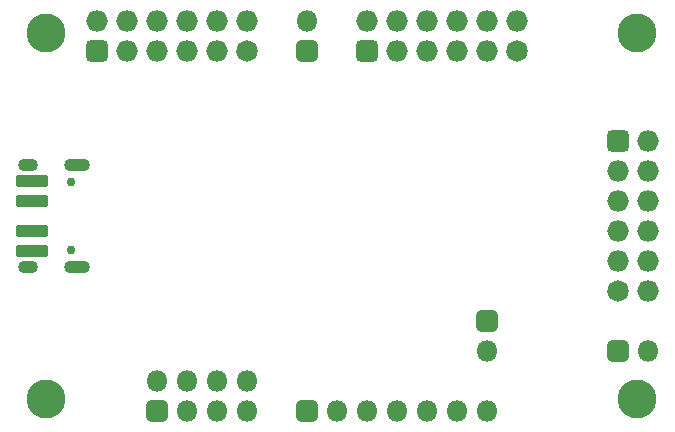
<source format=gbs>
G04 #@! TF.GenerationSoftware,KiCad,Pcbnew,(5.99.0-7519-ga8269b6380)*
G04 #@! TF.CreationDate,2020-12-12T14:20:42-08:00*
G04 #@! TF.ProjectId,icebreaker++,69636562-7265-4616-9b65-722b2b2e6b69,V0.1*
G04 #@! TF.SameCoordinates,PX1c9c380PY3ef1480*
G04 #@! TF.FileFunction,Soldermask,Bot*
G04 #@! TF.FilePolarity,Negative*
%FSLAX46Y46*%
G04 Gerber Fmt 4.6, Leading zero omitted, Abs format (unit mm)*
G04 Created by KiCad (PCBNEW (5.99.0-7519-ga8269b6380)) date 2020-12-12 14:20:42*
%MOMM*%
%LPD*%
G01*
G04 APERTURE LIST*
G04 Aperture macros list*
%AMRoundRect*
0 Rectangle with rounded corners*
0 $1 Rounding radius*
0 $2 $3 $4 $5 $6 $7 $8 $9 X,Y pos of 4 corners*
0 Add a 4 corners polygon primitive as box body*
4,1,4,$2,$3,$4,$5,$6,$7,$8,$9,$2,$3,0*
0 Add four circle primitives for the rounded corners*
1,1,$1+$1,$2,$3,0*
1,1,$1+$1,$4,$5,0*
1,1,$1+$1,$6,$7,0*
1,1,$1+$1,$8,$9,0*
0 Add four rect primitives between the rounded corners*
20,1,$1+$1,$2,$3,$4,$5,0*
20,1,$1+$1,$4,$5,$6,$7,0*
20,1,$1+$1,$6,$7,$8,$9,0*
20,1,$1+$1,$8,$9,$2,$3,0*%
G04 Aperture macros list end*
%ADD10RoundRect,0.365440X0.548160X-0.548160X0.548160X0.548160X-0.548160X0.548160X-0.548160X-0.548160X0*%
%ADD11O,1.827200X1.827200*%
%ADD12C,1.827200*%
%ADD13RoundRect,0.365440X0.548160X0.548160X-0.548160X0.548160X-0.548160X-0.548160X0.548160X-0.548160X0*%
%ADD14C,3.300000*%
%ADD15RoundRect,0.360000X0.540000X-0.540000X0.540000X0.540000X-0.540000X0.540000X-0.540000X-0.540000X0*%
%ADD16O,1.800000X1.800000*%
%ADD17RoundRect,0.360000X-0.540000X-0.540000X0.540000X-0.540000X0.540000X0.540000X-0.540000X0.540000X0*%
%ADD18RoundRect,0.360000X-0.540000X0.540000X-0.540000X-0.540000X0.540000X-0.540000X0.540000X0.540000X0*%
%ADD19C,0.750000*%
%ADD20O,1.700000X1.100000*%
%ADD21O,2.200000X1.100000*%
%ADD22RoundRect,0.275000X-1.100000X-0.275000X1.100000X-0.275000X1.100000X0.275000X-1.100000X0.275000X0*%
G04 APERTURE END LIST*
D10*
X51420000Y24850000D03*
D11*
X51420000Y22310000D03*
X51420000Y19770000D03*
X51420000Y17230000D03*
X51420000Y14690000D03*
D12*
X51420000Y12150000D03*
D11*
X53960000Y24850000D03*
X53960000Y22310000D03*
X53960000Y19770000D03*
X53960000Y17230000D03*
X53960000Y14690000D03*
X53960000Y12150000D03*
D13*
X30180000Y32470000D03*
D11*
X32720000Y32470000D03*
X35260000Y32470000D03*
X37800000Y32470000D03*
X40340000Y32470000D03*
D12*
X42880000Y32470000D03*
D11*
X30180000Y35010000D03*
X32720000Y35010000D03*
X35260000Y35010000D03*
X37800000Y35010000D03*
X40340000Y35010000D03*
X42880000Y35010000D03*
D14*
X53000000Y34000000D03*
X3000000Y3000000D03*
X53000000Y3000000D03*
D15*
X12400000Y1990000D03*
D16*
X12400000Y4530000D03*
X14940000Y1990000D03*
X14940000Y4530000D03*
X17480000Y1990000D03*
X17480000Y4530000D03*
X20020000Y1990000D03*
X20020000Y4530000D03*
D14*
X3000000Y34000000D03*
D17*
X51420000Y7070000D03*
D16*
X53960000Y7070000D03*
D13*
X7320000Y32470000D03*
D11*
X9860000Y32470000D03*
X12400000Y32470000D03*
X14940000Y32470000D03*
X17480000Y32470000D03*
D12*
X20020000Y32470000D03*
D11*
X7320000Y35010000D03*
X9860000Y35010000D03*
X12400000Y35010000D03*
X14940000Y35010000D03*
X17480000Y35010000D03*
X20020000Y35010000D03*
D15*
X25100000Y32470000D03*
D16*
X25100000Y35010000D03*
D15*
X25100000Y1990000D03*
D16*
X27640000Y1990000D03*
X30180000Y1990000D03*
X32720000Y1990000D03*
X35260000Y1990000D03*
X37800000Y1990000D03*
X40340000Y1990000D03*
D18*
X40340000Y9610000D03*
D16*
X40340000Y7070000D03*
D19*
X5100000Y21390000D03*
X5100000Y15610000D03*
D20*
X1450000Y14180000D03*
D21*
X5630000Y14180000D03*
X5630000Y22820000D03*
D20*
X1450000Y22820000D03*
D22*
X1840000Y17230000D03*
X1840000Y19770000D03*
X1835000Y15530000D03*
X1835000Y21510000D03*
M02*

</source>
